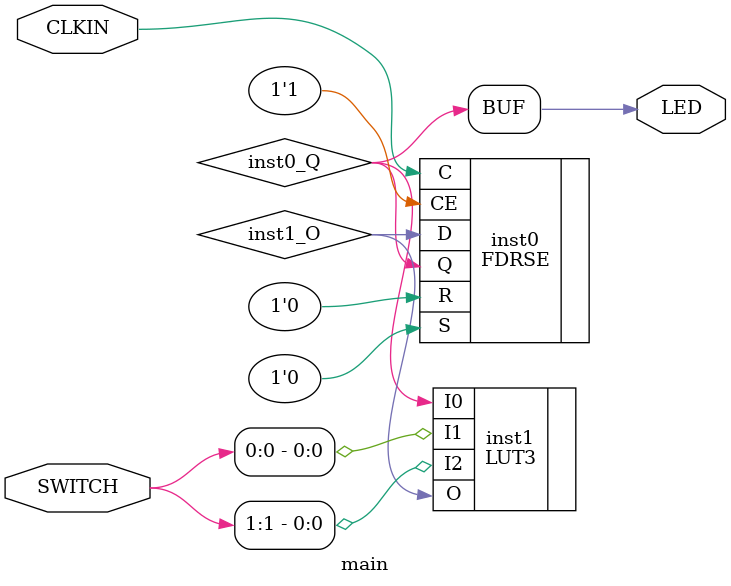
<source format=v>
module main (output [0:0] LED, input [1:0] SWITCH, input  CLKIN);
wire  inst0_Q;
wire  inst1_O;
FDRSE #(.INIT(1'h0)) inst0 (.C(CLKIN), .CE(1'b1), .R(1'b0), .S(1'b0), .D(inst1_O), .Q(inst0_Q));
LUT3 #(.INIT(8'h4E)) inst1 (.I0(inst0_Q), .I1(SWITCH[0]), .I2(SWITCH[1]), .O(inst1_O));
assign LED = {inst0_Q};
endmodule


</source>
